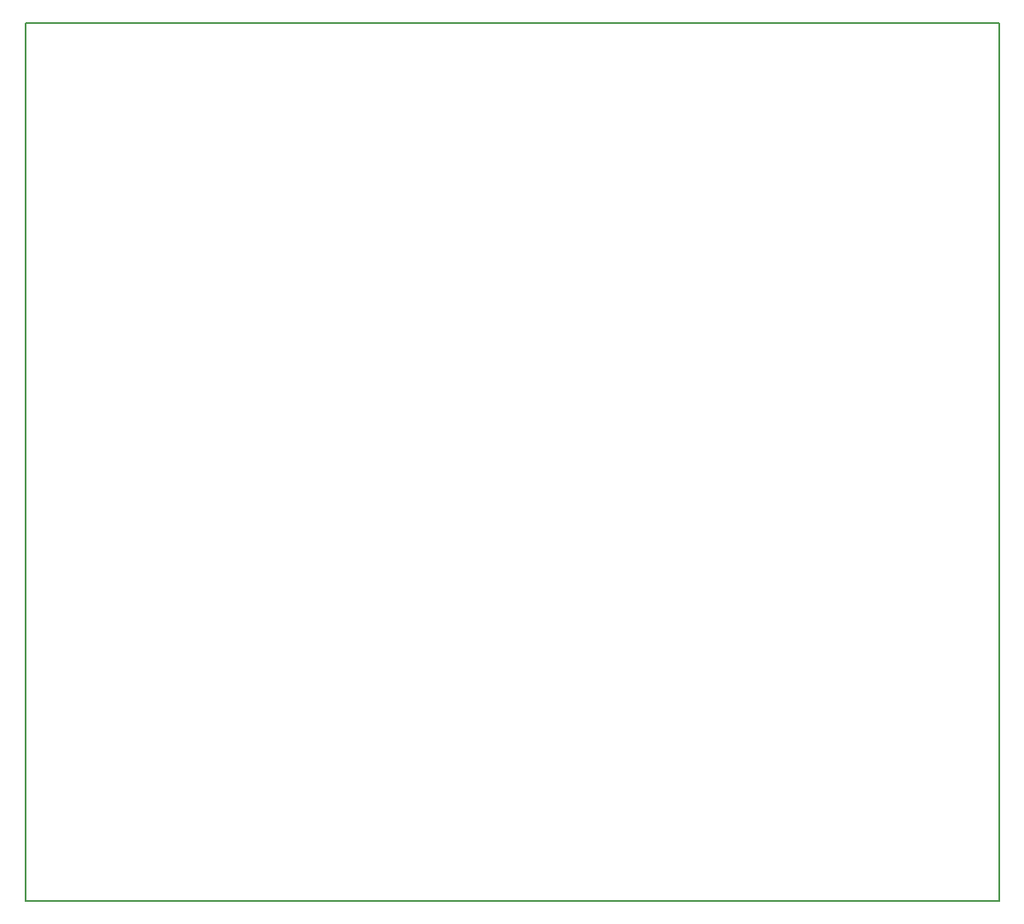
<source format=gbo>
G04 MADE WITH FRITZING*
G04 WWW.FRITZING.ORG*
G04 DOUBLE SIDED*
G04 HOLES PLATED*
G04 CONTOUR ON CENTER OF CONTOUR VECTOR*
%ASAXBY*%
%FSLAX23Y23*%
%MOIN*%
%OFA0B0*%
%SFA1.0B1.0*%
%ADD10R,3.811370X3.438070X3.795370X3.422070*%
%ADD11C,0.008000*%
%LNSILK0*%
G90*
G70*
G54D11*
X4Y3434D02*
X3807Y3434D01*
X3807Y4D01*
X4Y4D01*
X4Y3434D01*
D02*
G04 End of Silk0*
M02*
</source>
